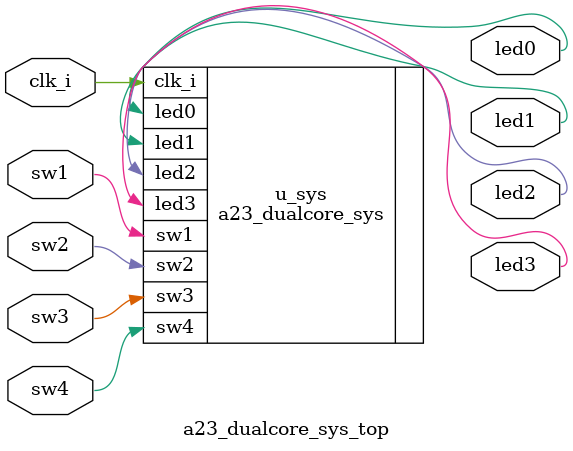
<source format=sv>
/****************************************************************************
 * a23_dualcore_sys_top.sv
 ****************************************************************************/
`include "axi4_if_macros.svh"

/**
 * Module: a23_dualcore_sys_top
 * 
 * TODO: Add module documentation
 */
module a23_dualcore_sys_top #(
		parameter int CLK_PERIOD = 10,
		parameter int UART_BAUD = 7372800
		) (
		input			clk_i,
		input			sw1,
		input			sw2,
		input			sw3,
		input			sw4,
		output			led0,
		output			led1,
		output			led2,
		output			led3
		);
	
	a23_dualcore_sys #(
			.CLK_PERIOD(CLK_PERIOD),
			.UART_BAUD(UART_BAUD)
		) u_sys (
			.clk_i(clk_i),
			.sw1(sw1),
			.sw2(sw2),
			.sw3(sw3),
			.sw4(sw4),
			.led0(led0),
			.led1(led1),
			.led2(led2),
			.led3(led3)
		);

endmodule


</source>
